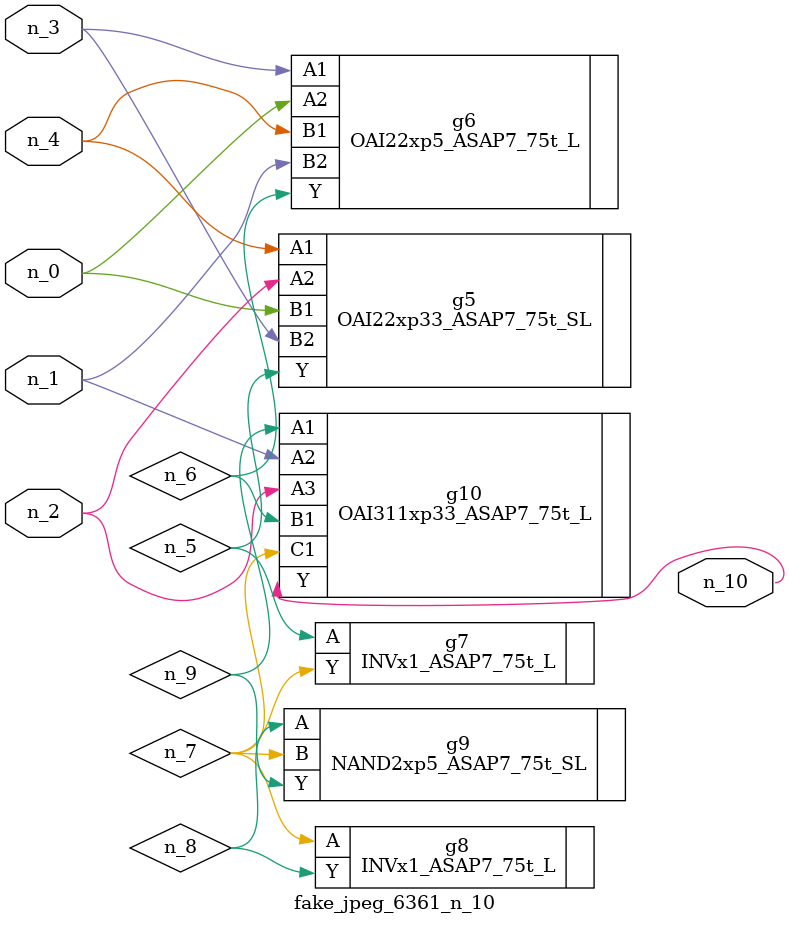
<source format=v>
module fake_jpeg_6361_n_10 (n_3, n_2, n_1, n_0, n_4, n_10);

input n_3;
input n_2;
input n_1;
input n_0;
input n_4;

output n_10;

wire n_8;
wire n_9;
wire n_6;
wire n_5;
wire n_7;

OAI22xp33_ASAP7_75t_SL g5 ( 
.A1(n_4),
.A2(n_2),
.B1(n_0),
.B2(n_3),
.Y(n_5)
);

OAI22xp5_ASAP7_75t_L g6 ( 
.A1(n_3),
.A2(n_0),
.B1(n_4),
.B2(n_1),
.Y(n_6)
);

INVx1_ASAP7_75t_L g7 ( 
.A(n_5),
.Y(n_7)
);

INVx1_ASAP7_75t_L g8 ( 
.A(n_7),
.Y(n_8)
);

NAND2xp5_ASAP7_75t_SL g9 ( 
.A(n_8),
.B(n_7),
.Y(n_9)
);

OAI311xp33_ASAP7_75t_L g10 ( 
.A1(n_9),
.A2(n_1),
.A3(n_2),
.B1(n_6),
.C1(n_7),
.Y(n_10)
);


endmodule
</source>
